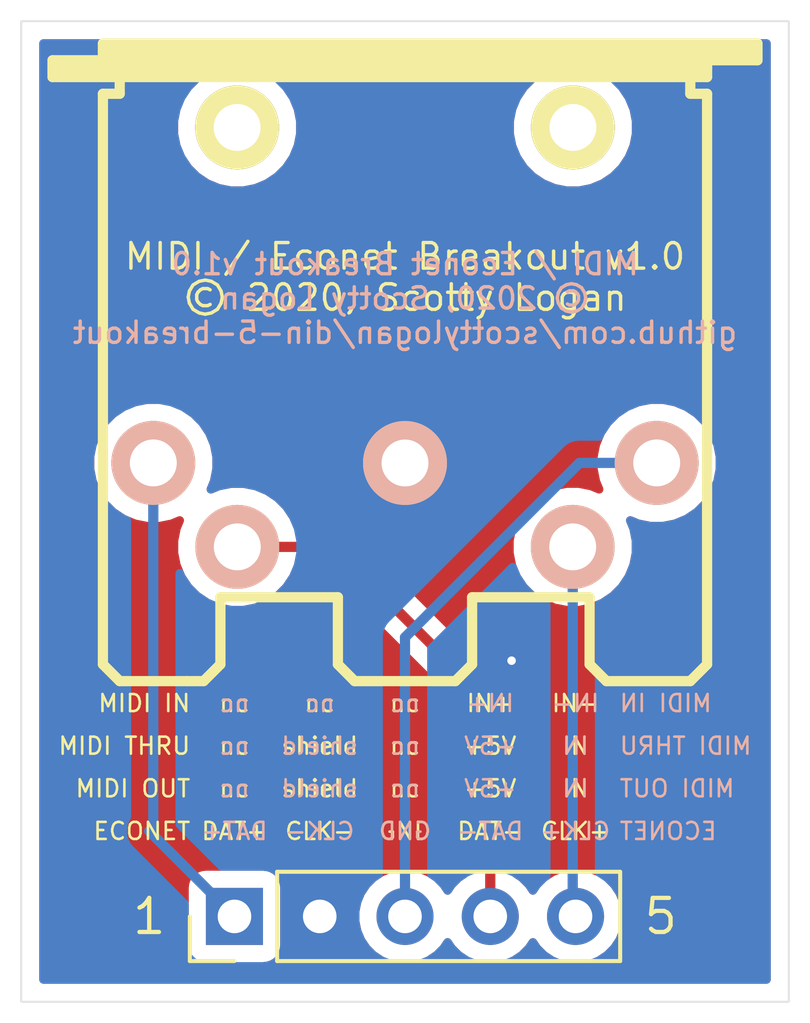
<source format=kicad_pcb>
(kicad_pcb (version 20171130) (host pcbnew "(5.1.6-0-10_14)")

  (general
    (thickness 1.6)
    (drawings 56)
    (tracks 14)
    (zones 0)
    (modules 2)
    (nets 6)
  )

  (page USLetter)
  (title_block
    (title "DIN-5 Breakout")
    (date 2020-08-07)
    (rev v1.0)
    (comment 1 din-5-breakout)
    (comment 2 "DIN-5 Breakout for MIDI or Acorn Econet")
  )

  (layers
    (0 F.Cu signal)
    (31 B.Cu signal)
    (32 B.Adhes user)
    (33 F.Adhes user)
    (34 B.Paste user)
    (35 F.Paste user)
    (36 B.SilkS user)
    (37 F.SilkS user)
    (38 B.Mask user)
    (39 F.Mask user)
    (40 Dwgs.User user)
    (41 Cmts.User user)
    (42 Eco1.User user)
    (43 Eco2.User user)
    (44 Edge.Cuts user)
    (45 Margin user)
    (46 B.CrtYd user)
    (47 F.CrtYd user)
    (48 B.Fab user)
    (49 F.Fab user)
  )

  (setup
    (last_trace_width 0.3048)
    (user_trace_width 0.1524)
    (user_trace_width 0.3048)
    (trace_clearance 0.1524)
    (zone_clearance 0.508)
    (zone_45_only no)
    (trace_min 0.1524)
    (via_size 0.508)
    (via_drill 0.254)
    (via_min_size 0.508)
    (via_min_drill 0.254)
    (user_via 0.508 0.254)
    (uvia_size 0.3)
    (uvia_drill 0.1)
    (uvias_allowed no)
    (uvia_min_size 0.2)
    (uvia_min_drill 0.1)
    (edge_width 0.05)
    (segment_width 0.2)
    (pcb_text_width 0.3)
    (pcb_text_size 1.5 1.5)
    (mod_edge_width 0.12)
    (mod_text_size 1 1)
    (mod_text_width 0.15)
    (pad_size 1.524 1.524)
    (pad_drill 0.762)
    (pad_to_mask_clearance 0.05)
    (aux_axis_origin 0 0)
    (visible_elements FFFFFF7F)
    (pcbplotparams
      (layerselection 0x010fc_ffffffff)
      (usegerberextensions false)
      (usegerberattributes true)
      (usegerberadvancedattributes true)
      (creategerberjobfile true)
      (excludeedgelayer true)
      (linewidth 0.100000)
      (plotframeref false)
      (viasonmask false)
      (mode 1)
      (useauxorigin false)
      (hpglpennumber 1)
      (hpglpenspeed 20)
      (hpglpendiameter 15.000000)
      (psnegative false)
      (psa4output false)
      (plotreference true)
      (plotvalue true)
      (plotinvisibletext false)
      (padsonsilk false)
      (subtractmaskfromsilk false)
      (outputformat 1)
      (mirror false)
      (drillshape 1)
      (scaleselection 1)
      (outputdirectory ""))
  )

  (net 0 "")
  (net 1 "Net-(J1-Pad1)")
  (net 2 GND)
  (net 3 "Net-(J1-Pad3)")
  (net 4 "Net-(J1-Pad4)")
  (net 5 "Net-(J1-Pad5)")

  (net_class Default "This is the default net class."
    (clearance 0.1524)
    (trace_width 0.1524)
    (via_dia 0.508)
    (via_drill 0.254)
    (uvia_dia 0.3)
    (uvia_drill 0.1)
    (add_net GND)
    (add_net "Net-(J1-Pad1)")
    (add_net "Net-(J1-Pad3)")
    (add_net "Net-(J1-Pad4)")
    (add_net "Net-(J1-Pad5)")
  )

  (net_class Power ""
    (clearance 0.6096)
    (trace_width 0.3048)
    (via_dia 0.6096)
    (via_drill 0.3048)
    (uvia_dia 0.3)
    (uvia_drill 0.1)
  )

  (module w_conn_av:din-5 (layer F.Cu) (tedit 0) (tstamp 5F2D253D)
    (at 165.1 71.12 180)
    (descr "Din 5 (MIDI), Pro Signal P/N PSG03463")
    (path /5F2CB926)
    (fp_text reference J2 (at 0 11.00074) (layer F.SilkS) hide
      (effects (font (size 1.524 1.524) (thickness 0.3048)))
    )
    (fp_text value DIN-5_180degree (at 0 -11.00074) (layer F.SilkS) hide
      (effects (font (size 1.524 1.524) (thickness 0.3048)))
    )
    (fp_line (start 10.50036 8.49884) (end 10.50036 8.99922) (layer F.SilkS) (width 0.3048))
    (fp_line (start -10.50036 9.4996) (end -10.50036 8.99922) (layer F.SilkS) (width 0.3048))
    (fp_line (start -8.49884 8.001) (end -8.49884 8.49884) (layer F.SilkS) (width 0.3048))
    (fp_line (start 8.49884 8.49884) (end 8.49884 8.001) (layer F.SilkS) (width 0.3048))
    (fp_line (start -8.99922 8.001) (end -8.49884 8.001) (layer F.SilkS) (width 0.3048))
    (fp_line (start 8.99922 8.001) (end 8.49884 8.001) (layer F.SilkS) (width 0.3048))
    (fp_line (start -8.99922 8.49884) (end 10.50036 8.49884) (layer F.SilkS) (width 0.3048))
    (fp_line (start -8.99922 8.99922) (end -8.99922 8.49884) (layer F.SilkS) (width 0.3048))
    (fp_line (start -10.50036 8.99922) (end -8.99922 8.99922) (layer F.SilkS) (width 0.3048))
    (fp_line (start 8.99922 9.4996) (end -10.50036 9.4996) (layer F.SilkS) (width 0.3048))
    (fp_line (start 8.99922 8.99922) (end 8.99922 9.4996) (layer F.SilkS) (width 0.3048))
    (fp_line (start 10.50036 8.99922) (end 8.99922 8.99922) (layer F.SilkS) (width 0.3048))
    (fp_line (start 1.99898 -8.99922) (end 1.99898 -7.00024) (layer F.SilkS) (width 0.3048))
    (fp_line (start 1.50114 -9.4996) (end 1.99898 -8.99922) (layer F.SilkS) (width 0.3048))
    (fp_line (start -1.50114 -9.4996) (end 1.50114 -9.4996) (layer F.SilkS) (width 0.3048))
    (fp_line (start -1.99898 -8.99922) (end -1.99898 -7.00024) (layer F.SilkS) (width 0.3048))
    (fp_line (start -1.50114 -9.4996) (end -1.99898 -8.99922) (layer F.SilkS) (width 0.3048))
    (fp_line (start 5.4991 -7.00024) (end 1.99898 -7.00024) (layer F.SilkS) (width 0.3048))
    (fp_line (start 5.4991 -8.99922) (end 5.4991 -7.00024) (layer F.SilkS) (width 0.3048))
    (fp_line (start 5.99948 -9.4996) (end 5.4991 -8.99922) (layer F.SilkS) (width 0.3048))
    (fp_line (start 6.49986 -9.4996) (end 5.99948 -9.4996) (layer F.SilkS) (width 0.3048))
    (fp_line (start 8.49884 -9.4996) (end 6.49986 -9.4996) (layer F.SilkS) (width 0.3048))
    (fp_line (start 8.99922 -8.99922) (end 8.49884 -9.4996) (layer F.SilkS) (width 0.3048))
    (fp_line (start 8.99922 -8.99922) (end 8.99922 8.001) (layer F.SilkS) (width 0.3048))
    (fp_line (start -5.4991 -7.00024) (end -1.99898 -7.00024) (layer F.SilkS) (width 0.3048))
    (fp_line (start -5.4991 -8.99922) (end -5.4991 -7.00024) (layer F.SilkS) (width 0.3048))
    (fp_line (start -5.99948 -9.4996) (end -5.4991 -8.99922) (layer F.SilkS) (width 0.3048))
    (fp_line (start -8.49884 -9.4996) (end -5.99948 -9.4996) (layer F.SilkS) (width 0.3048))
    (fp_line (start -8.99922 -8.99922) (end -8.49884 -9.4996) (layer F.SilkS) (width 0.3048))
    (fp_line (start -8.99922 -8.99922) (end -8.99922 8.001) (layer F.SilkS) (width 0.3048))
    (fp_line (start -10.50036 9.25068) (end 8.99922 9.25068) (layer F.SilkS) (width 0.3048))
    (fp_line (start 8.99922 8.99922) (end -8.99922 8.99922) (layer F.SilkS) (width 0.3048))
    (fp_line (start -8.99922 8.7503) (end 10.50036 8.7503) (layer F.SilkS) (width 0.3048))
    (pad "" np_thru_hole circle (at -5.00126 6.9977 180) (size 2.49936 2.49936) (drill 1.397) (layers *.Cu *.Mask F.SilkS))
    (pad "" np_thru_hole circle (at 5.00126 6.9977 180) (size 2.49936 2.49936) (drill 1.397) (layers *.Cu *.Mask F.SilkS))
    (pad 5 thru_hole circle (at -4.99618 -5.4991 180) (size 2.49936 2.49936) (drill 1.397) (layers *.Cu *.SilkS *.Mask)
      (net 5 "Net-(J1-Pad5)"))
    (pad 1 thru_hole circle (at 7.49808 -2.9972 180) (size 2.49936 2.49936) (drill 1.397) (layers *.Cu *.SilkS *.Mask)
      (net 1 "Net-(J1-Pad1)"))
    (pad 2 thru_hole circle (at 0 -2.99974 180) (size 2.49936 2.49936) (drill 1.397) (layers *.Cu *.SilkS *.Mask)
      (net 2 GND))
    (pad 4 thru_hole circle (at 4.99618 -5.4991 180) (size 2.49936 2.49936) (drill 1.397) (layers *.Cu *.SilkS *.Mask)
      (net 4 "Net-(J1-Pad4)"))
    (pad 3 thru_hole circle (at -7.49808 -2.9972 180) (size 2.49936 2.49936) (drill 1.397) (layers *.Cu *.SilkS *.Mask)
      (net 3 "Net-(J1-Pad3)"))
    (model walter/conn_av/din-5.wrl
      (at (xyz 0 0 0))
      (scale (xyz 1 1 1))
      (rotate (xyz 0 0 0))
    )
  )

  (module Connector_PinHeader_2.54mm:PinHeader_1x05_P2.54mm_Vertical (layer F.Cu) (tedit 59FED5CC) (tstamp 5F2E00D6)
    (at 160.02 87.63 90)
    (descr "Through hole straight pin header, 1x05, 2.54mm pitch, single row")
    (tags "Through hole pin header THT 1x05 2.54mm single row")
    (path /5F2F3E3C)
    (fp_text reference J1 (at 0 -2.33 90) (layer F.SilkS) hide
      (effects (font (size 1 1) (thickness 0.15)))
    )
    (fp_text value Conn_01x05_Male (at 0 12.49 90) (layer F.Fab) hide
      (effects (font (size 1 1) (thickness 0.15)))
    )
    (fp_line (start -0.635 -1.27) (end 1.27 -1.27) (layer F.Fab) (width 0.1))
    (fp_line (start 1.27 -1.27) (end 1.27 11.43) (layer F.Fab) (width 0.1))
    (fp_line (start 1.27 11.43) (end -1.27 11.43) (layer F.Fab) (width 0.1))
    (fp_line (start -1.27 11.43) (end -1.27 -0.635) (layer F.Fab) (width 0.1))
    (fp_line (start -1.27 -0.635) (end -0.635 -1.27) (layer F.Fab) (width 0.1))
    (fp_line (start -1.33 11.49) (end 1.33 11.49) (layer F.SilkS) (width 0.12))
    (fp_line (start -1.33 1.27) (end -1.33 11.49) (layer F.SilkS) (width 0.12))
    (fp_line (start 1.33 1.27) (end 1.33 11.49) (layer F.SilkS) (width 0.12))
    (fp_line (start -1.33 1.27) (end 1.33 1.27) (layer F.SilkS) (width 0.12))
    (fp_line (start -1.33 0) (end -1.33 -1.33) (layer F.SilkS) (width 0.12))
    (fp_line (start -1.33 -1.33) (end 0 -1.33) (layer F.SilkS) (width 0.12))
    (fp_line (start -1.8 -1.8) (end -1.8 11.95) (layer F.CrtYd) (width 0.05))
    (fp_line (start -1.8 11.95) (end 1.8 11.95) (layer F.CrtYd) (width 0.05))
    (fp_line (start 1.8 11.95) (end 1.8 -1.8) (layer F.CrtYd) (width 0.05))
    (fp_line (start 1.8 -1.8) (end -1.8 -1.8) (layer F.CrtYd) (width 0.05))
    (fp_text user %R (at 0 5.08) (layer F.Fab)
      (effects (font (size 1 1) (thickness 0.15)))
    )
    (pad 1 thru_hole rect (at 0 0 90) (size 1.7 1.7) (drill 1) (layers *.Cu *.Mask)
      (net 1 "Net-(J1-Pad1)"))
    (pad 2 thru_hole oval (at 0 2.54 90) (size 1.7 1.7) (drill 1) (layers *.Cu *.Mask)
      (net 2 GND))
    (pad 3 thru_hole oval (at 0 5.08 90) (size 1.7 1.7) (drill 1) (layers *.Cu *.Mask)
      (net 3 "Net-(J1-Pad3)"))
    (pad 4 thru_hole oval (at 0 7.62 90) (size 1.7 1.7) (drill 1) (layers *.Cu *.Mask)
      (net 4 "Net-(J1-Pad4)"))
    (pad 5 thru_hole oval (at 0 10.16 90) (size 1.7 1.7) (drill 1) (layers *.Cu *.Mask)
      (net 5 "Net-(J1-Pad5)"))
    (model ${KISYS3DMOD}/Connector_PinHeader_2.54mm.3dshapes/PinHeader_1x05_P2.54mm_Vertical.wrl
      (at (xyz 0 0 0))
      (scale (xyz 1 1 1))
      (rotate (xyz 0 0 0))
    )
  )

  (gr_text CLK- (at 162.56 85.09) (layer B.SilkS) (tstamp 5F2E0445)
    (effects (font (size 0.508 0.508) (thickness 0.0762)) (justify mirror))
  )
  (gr_text +5V (at 167.64 83.82) (layer B.SilkS) (tstamp 5F2E0444)
    (effects (font (size 0.508 0.508) (thickness 0.0762)) (justify mirror))
  )
  (gr_text ECONET (at 171.45 85.09) (layer B.SilkS) (tstamp 5F2E0443)
    (effects (font (size 0.508 0.508) (thickness 0.0762)) (justify right mirror))
  )
  (gr_text CLK+ (at 170.18 85.09) (layer B.SilkS) (tstamp 5F2E0442)
    (effects (font (size 0.508 0.508) (thickness 0.0762)) (justify mirror))
  )
  (gr_text nc (at 162.56 81.28) (layer B.SilkS) (tstamp 5F2E0441)
    (effects (font (size 0.508 0.508) (thickness 0.0762)) (justify mirror))
  )
  (gr_text nc (at 160.02 83.82) (layer B.SilkS) (tstamp 5F2E0440)
    (effects (font (size 0.508 0.508) (thickness 0.0762)) (justify mirror))
  )
  (gr_text nc (at 160.02 81.28) (layer B.SilkS) (tstamp 5F2E043F)
    (effects (font (size 0.508 0.508) (thickness 0.0762)) (justify mirror))
  )
  (gr_text IN- (at 170.18 81.28) (layer B.SilkS) (tstamp 5F2E043E)
    (effects (font (size 0.508 0.508) (thickness 0.0762)) (justify mirror))
  )
  (gr_text shield (at 162.56 83.82) (layer B.SilkS) (tstamp 5F2E043D)
    (effects (font (size 0.508 0.508) (thickness 0.0762)) (justify mirror))
  )
  (gr_text nc (at 165.1 83.82) (layer B.SilkS) (tstamp 5F2E043C)
    (effects (font (size 0.508 0.508) (thickness 0.0762)) (justify mirror))
  )
  (gr_text "MIDI OUT" (at 171.45 83.82) (layer B.SilkS) (tstamp 5F2E043B)
    (effects (font (size 0.508 0.508) (thickness 0.0762)) (justify right mirror))
  )
  (gr_text "MIDI IN" (at 171.45 81.28) (layer B.SilkS) (tstamp 5F2E043A)
    (effects (font (size 0.508 0.508) (thickness 0.0762)) (justify right mirror))
  )
  (gr_text nc (at 165.1 81.28) (layer B.SilkS) (tstamp 5F2E0439)
    (effects (font (size 0.508 0.508) (thickness 0.0762)) (justify mirror))
  )
  (gr_text IN (at 170.18 83.82) (layer B.SilkS) (tstamp 5F2E0438)
    (effects (font (size 0.508 0.508) (thickness 0.0762)) (justify mirror))
  )
  (gr_text "MIDI THRU" (at 171.45 82.55) (layer B.SilkS) (tstamp 5F2E0437)
    (effects (font (size 0.508 0.508) (thickness 0.0762)) (justify right mirror))
  )
  (gr_text "DAT-\n" (at 167.64 85.09) (layer B.SilkS) (tstamp 5F2E0436)
    (effects (font (size 0.508 0.508) (thickness 0.0762)) (justify mirror))
  )
  (gr_text GND (at 165.1 85.09) (layer B.SilkS) (tstamp 5F2E0435)
    (effects (font (size 0.508 0.508) (thickness 0.0762)) (justify mirror))
  )
  (gr_text DAT+ (at 160.02 85.09) (layer B.SilkS) (tstamp 5F2E0434)
    (effects (font (size 0.508 0.508) (thickness 0.0762)) (justify mirror))
  )
  (gr_text IN+ (at 167.64 81.28) (layer B.SilkS) (tstamp 5F2E0433)
    (effects (font (size 0.508 0.508) (thickness 0.0762)) (justify mirror))
  )
  (gr_text +5V (at 167.64 82.55) (layer B.SilkS) (tstamp 5F2E0432)
    (effects (font (size 0.508 0.508) (thickness 0.0762)) (justify mirror))
  )
  (gr_text IN (at 170.18 82.55) (layer B.SilkS) (tstamp 5F2E0431)
    (effects (font (size 0.508 0.508) (thickness 0.0762)) (justify mirror))
  )
  (gr_text nc (at 160.02 82.55) (layer B.SilkS) (tstamp 5F2E0430)
    (effects (font (size 0.508 0.508) (thickness 0.0762)) (justify mirror))
  )
  (gr_text nc (at 165.1 82.55) (layer B.SilkS) (tstamp 5F2E042F)
    (effects (font (size 0.508 0.508) (thickness 0.0762)) (justify mirror))
  )
  (gr_text shield (at 162.56 82.55) (layer B.SilkS) (tstamp 5F2E042E)
    (effects (font (size 0.508 0.508) (thickness 0.0762)) (justify mirror))
  )
  (gr_text "MIDI / Econet Breakout v1.0\n© 2020, Scotty Logan\ngithub.com/scottylogan/din-5-breakout" (at 165.1 69.215) (layer B.SilkS) (tstamp 5F2E039B)
    (effects (font (size 0.635 0.635) (thickness 0.1016)) (justify mirror))
  )
  (gr_text "MIDI / Econet Breakout v1.0\n© 2020, Scotty Logan" (at 165.1 68.58) (layer F.SilkS)
    (effects (font (size 0.762 0.762) (thickness 0.1016)))
  )
  (gr_text +5V (at 167.64 82.55) (layer F.SilkS) (tstamp 5F2E032A)
    (effects (font (size 0.508 0.508) (thickness 0.0762)))
  )
  (gr_text nc (at 160.02 82.55) (layer F.SilkS) (tstamp 5F2E0329)
    (effects (font (size 0.508 0.508) (thickness 0.0762)))
  )
  (gr_text shield (at 162.56 82.55) (layer F.SilkS) (tstamp 5F2E0328)
    (effects (font (size 0.508 0.508) (thickness 0.0762)))
  )
  (gr_text nc (at 165.1 82.55) (layer F.SilkS) (tstamp 5F2E0327)
    (effects (font (size 0.508 0.508) (thickness 0.0762)))
  )
  (gr_text "MIDI THRU" (at 158.75 82.55) (layer F.SilkS) (tstamp 5F2E0326)
    (effects (font (size 0.508 0.508) (thickness 0.0762)) (justify right))
  )
  (gr_text IN (at 170.18 82.55) (layer F.SilkS) (tstamp 5F2E0325)
    (effects (font (size 0.508 0.508) (thickness 0.0762)))
  )
  (gr_text DAT+ (at 160.02 85.09) (layer F.SilkS)
    (effects (font (size 0.508 0.508) (thickness 0.0762)))
  )
  (gr_text CLK- (at 162.56 85.09) (layer F.SilkS)
    (effects (font (size 0.508 0.508) (thickness 0.0762)))
  )
  (gr_text GND (at 165.1 85.09) (layer F.SilkS)
    (effects (font (size 0.508 0.508) (thickness 0.0762)))
  )
  (gr_text "DAT-\n" (at 167.64 85.09) (layer F.SilkS)
    (effects (font (size 0.508 0.508) (thickness 0.0762)))
  )
  (gr_text CLK+ (at 170.18 85.09) (layer F.SilkS)
    (effects (font (size 0.508 0.508) (thickness 0.0762)))
  )
  (gr_text ECONET (at 158.75 85.09) (layer F.SilkS)
    (effects (font (size 0.508 0.508) (thickness 0.0762)) (justify right))
  )
  (gr_text "MIDI OUT" (at 158.75 83.82) (layer F.SilkS)
    (effects (font (size 0.508 0.508) (thickness 0.0762)) (justify right))
  )
  (gr_text "MIDI IN" (at 158.75 81.28) (layer F.SilkS)
    (effects (font (size 0.508 0.508) (thickness 0.0762)) (justify right))
  )
  (gr_text IN (at 170.18 83.82) (layer F.SilkS)
    (effects (font (size 0.508 0.508) (thickness 0.0762)))
  )
  (gr_text +5V (at 167.64 83.82) (layer F.SilkS)
    (effects (font (size 0.508 0.508) (thickness 0.0762)))
  )
  (gr_text nc (at 165.1 83.82) (layer F.SilkS)
    (effects (font (size 0.508 0.508) (thickness 0.0762)))
  )
  (gr_text shield (at 162.56 83.82) (layer F.SilkS)
    (effects (font (size 0.508 0.508) (thickness 0.0762)))
  )
  (gr_text nc (at 160.02 83.82) (layer F.SilkS)
    (effects (font (size 0.508 0.508) (thickness 0.0762)))
  )
  (gr_text IN- (at 170.18 81.28) (layer F.SilkS)
    (effects (font (size 0.508 0.508) (thickness 0.0762)))
  )
  (gr_text IN+ (at 167.64 81.28) (layer F.SilkS)
    (effects (font (size 0.508 0.508) (thickness 0.0762)))
  )
  (gr_text nc (at 165.1 81.28) (layer F.SilkS)
    (effects (font (size 0.508 0.508) (thickness 0.0762)))
  )
  (gr_text nc (at 162.56 81.28) (layer F.SilkS)
    (effects (font (size 0.508 0.508) (thickness 0.0762)))
  )
  (gr_text nc (at 160.02 81.28) (layer F.SilkS)
    (effects (font (size 0.508 0.508) (thickness 0.0762)))
  )
  (gr_text 5 (at 172.72 87.63) (layer F.SilkS)
    (effects (font (size 1.016 1.016) (thickness 0.127)))
  )
  (gr_text 1 (at 157.48 87.63) (layer F.SilkS)
    (effects (font (size 1.016 1.016) (thickness 0.127)))
  )
  (gr_line (start 153.67 90.17) (end 153.67 60.96) (layer Edge.Cuts) (width 0.05) (tstamp 5F2E0171))
  (gr_line (start 176.53 90.17) (end 153.67 90.17) (layer Edge.Cuts) (width 0.05))
  (gr_line (start 176.53 60.96) (end 176.53 90.17) (layer Edge.Cuts) (width 0.05))
  (gr_line (start 153.67 60.96) (end 176.53 60.96) (layer Edge.Cuts) (width 0.05))

  (segment (start 160.02 87.63) (end 157.48 85.09) (width 0.3048) (layer B.Cu) (net 1))
  (segment (start 157.60192 84.96808) (end 157.60192 74.1172) (width 0.3048) (layer B.Cu) (net 1))
  (segment (start 157.48 85.09) (end 157.60192 84.96808) (width 0.3048) (layer B.Cu) (net 1))
  (segment (start 165.1 74.11974) (end 162.56 76.65974) (width 0.3048) (layer B.Cu) (net 2))
  (segment (start 162.56 76.65974) (end 162.56 87.63) (width 0.3048) (layer B.Cu) (net 2))
  (via (at 168.275 80.01) (size 0.508) (drill 0.254) (layers F.Cu B.Cu) (net 2))
  (segment (start 170.297447 74.1172) (end 165.1 79.314647) (width 0.3048) (layer B.Cu) (net 3))
  (segment (start 172.59808 74.1172) (end 170.297447 74.1172) (width 0.3048) (layer B.Cu) (net 3))
  (segment (start 165.1 79.314647) (end 165.1 87.63) (width 0.3048) (layer B.Cu) (net 3))
  (segment (start 160.10382 76.6191) (end 162.9791 76.6191) (width 0.3048) (layer F.Cu) (net 4))
  (segment (start 167.64 81.28) (end 167.64 87.63) (width 0.3048) (layer F.Cu) (net 4))
  (segment (start 162.9791 76.6191) (end 167.64 81.28) (width 0.3048) (layer F.Cu) (net 4))
  (segment (start 170.09618 87.54618) (end 170.18 87.63) (width 0.3048) (layer B.Cu) (net 5))
  (segment (start 170.09618 76.6191) (end 170.09618 87.54618) (width 0.3048) (layer B.Cu) (net 5))

  (zone (net 2) (net_name GND) (layer B.Cu) (tstamp 0) (hatch edge 0.508)
    (connect_pads yes (clearance 0.508))
    (min_thickness 0.254)
    (fill yes (arc_segments 32) (thermal_gap 0.508) (thermal_bridge_width 0.508))
    (polygon
      (pts
        (xy 177.165 90.805) (xy 153.035 90.805) (xy 153.035 60.325) (xy 177.165 60.325)
      )
    )
    (filled_polygon
      (pts
        (xy 175.870001 89.51) (xy 154.33 89.51) (xy 154.33 73.931575) (xy 155.71724 73.931575) (xy 155.71724 74.302825)
        (xy 155.789667 74.666941) (xy 155.931738 75.009931) (xy 156.137994 75.318613) (xy 156.400507 75.581126) (xy 156.709189 75.787382)
        (xy 156.814521 75.831012) (xy 156.81452 84.664674) (xy 156.749018 84.787218) (xy 156.703995 84.935643) (xy 156.688792 85.09)
        (xy 156.703995 85.244357) (xy 156.749018 85.392782) (xy 156.822135 85.529572) (xy 156.920531 85.649469) (xy 156.950576 85.674126)
        (xy 158.531928 87.255479) (xy 158.531928 88.48) (xy 158.544188 88.604482) (xy 158.580498 88.72418) (xy 158.639463 88.834494)
        (xy 158.718815 88.931185) (xy 158.815506 89.010537) (xy 158.92582 89.069502) (xy 159.045518 89.105812) (xy 159.17 89.118072)
        (xy 160.87 89.118072) (xy 160.994482 89.105812) (xy 161.11418 89.069502) (xy 161.224494 89.010537) (xy 161.321185 88.931185)
        (xy 161.400537 88.834494) (xy 161.459502 88.72418) (xy 161.495812 88.604482) (xy 161.508072 88.48) (xy 161.508072 87.48374)
        (xy 163.615 87.48374) (xy 163.615 87.77626) (xy 163.672068 88.063158) (xy 163.78401 88.333411) (xy 163.946525 88.576632)
        (xy 164.153368 88.783475) (xy 164.396589 88.94599) (xy 164.666842 89.057932) (xy 164.95374 89.115) (xy 165.24626 89.115)
        (xy 165.533158 89.057932) (xy 165.803411 88.94599) (xy 166.046632 88.783475) (xy 166.253475 88.576632) (xy 166.37 88.40224)
        (xy 166.486525 88.576632) (xy 166.693368 88.783475) (xy 166.936589 88.94599) (xy 167.206842 89.057932) (xy 167.49374 89.115)
        (xy 167.78626 89.115) (xy 168.073158 89.057932) (xy 168.343411 88.94599) (xy 168.586632 88.783475) (xy 168.793475 88.576632)
        (xy 168.91 88.40224) (xy 169.026525 88.576632) (xy 169.233368 88.783475) (xy 169.476589 88.94599) (xy 169.746842 89.057932)
        (xy 170.03374 89.115) (xy 170.32626 89.115) (xy 170.613158 89.057932) (xy 170.883411 88.94599) (xy 171.126632 88.783475)
        (xy 171.333475 88.576632) (xy 171.49599 88.333411) (xy 171.607932 88.063158) (xy 171.665 87.77626) (xy 171.665 87.48374)
        (xy 171.607932 87.196842) (xy 171.49599 86.926589) (xy 171.333475 86.683368) (xy 171.126632 86.476525) (xy 170.88358 86.314123)
        (xy 170.88358 78.332911) (xy 170.988911 78.289282) (xy 171.297593 78.083026) (xy 171.560106 77.820513) (xy 171.766362 77.511831)
        (xy 171.908433 77.168841) (xy 171.98086 76.804725) (xy 171.98086 76.433475) (xy 171.908433 76.069359) (xy 171.809505 75.830525)
        (xy 172.048339 75.929453) (xy 172.412455 76.00188) (xy 172.783705 76.00188) (xy 173.147821 75.929453) (xy 173.490811 75.787382)
        (xy 173.799493 75.581126) (xy 174.062006 75.318613) (xy 174.268262 75.009931) (xy 174.410333 74.666941) (xy 174.48276 74.302825)
        (xy 174.48276 73.931575) (xy 174.410333 73.567459) (xy 174.268262 73.224469) (xy 174.062006 72.915787) (xy 173.799493 72.653274)
        (xy 173.490811 72.447018) (xy 173.147821 72.304947) (xy 172.783705 72.23252) (xy 172.412455 72.23252) (xy 172.048339 72.304947)
        (xy 171.705349 72.447018) (xy 171.396667 72.653274) (xy 171.134154 72.915787) (xy 170.927898 73.224469) (xy 170.884269 73.3298)
        (xy 170.336109 73.3298) (xy 170.297446 73.325992) (xy 170.258783 73.3298) (xy 170.258774 73.3298) (xy 170.14309 73.341194)
        (xy 169.994664 73.386218) (xy 169.857875 73.459334) (xy 169.737978 73.557731) (xy 169.713324 73.587772) (xy 164.570578 78.730519)
        (xy 164.540531 78.755178) (xy 164.442134 78.875076) (xy 164.369018 79.011865) (xy 164.323994 79.160291) (xy 164.3126 79.275975)
        (xy 164.3126 79.275984) (xy 164.308792 79.314647) (xy 164.3126 79.35331) (xy 164.312601 86.370129) (xy 164.153368 86.476525)
        (xy 163.946525 86.683368) (xy 163.78401 86.926589) (xy 163.672068 87.196842) (xy 163.615 87.48374) (xy 161.508072 87.48374)
        (xy 161.508072 86.78) (xy 161.495812 86.655518) (xy 161.459502 86.53582) (xy 161.400537 86.425506) (xy 161.321185 86.328815)
        (xy 161.224494 86.249463) (xy 161.11418 86.190498) (xy 160.994482 86.154188) (xy 160.87 86.141928) (xy 159.645479 86.141928)
        (xy 158.38932 84.88577) (xy 158.38932 77.404838) (xy 158.433638 77.511831) (xy 158.639894 77.820513) (xy 158.902407 78.083026)
        (xy 159.211089 78.289282) (xy 159.554079 78.431353) (xy 159.918195 78.50378) (xy 160.289445 78.50378) (xy 160.653561 78.431353)
        (xy 160.996551 78.289282) (xy 161.305233 78.083026) (xy 161.567746 77.820513) (xy 161.774002 77.511831) (xy 161.916073 77.168841)
        (xy 161.9885 76.804725) (xy 161.9885 76.433475) (xy 161.916073 76.069359) (xy 161.774002 75.726369) (xy 161.567746 75.417687)
        (xy 161.305233 75.155174) (xy 160.996551 74.948918) (xy 160.653561 74.806847) (xy 160.289445 74.73442) (xy 159.918195 74.73442)
        (xy 159.554079 74.806847) (xy 159.315245 74.905775) (xy 159.414173 74.666941) (xy 159.4866 74.302825) (xy 159.4866 73.931575)
        (xy 159.414173 73.567459) (xy 159.272102 73.224469) (xy 159.065846 72.915787) (xy 158.803333 72.653274) (xy 158.494651 72.447018)
        (xy 158.151661 72.304947) (xy 157.787545 72.23252) (xy 157.416295 72.23252) (xy 157.052179 72.304947) (xy 156.709189 72.447018)
        (xy 156.400507 72.653274) (xy 156.137994 72.915787) (xy 155.931738 73.224469) (xy 155.789667 73.567459) (xy 155.71724 73.931575)
        (xy 154.33 73.931575) (xy 154.33 63.936675) (xy 158.21406 63.936675) (xy 158.21406 64.307925) (xy 158.286487 64.672041)
        (xy 158.428558 65.015031) (xy 158.634814 65.323713) (xy 158.897327 65.586226) (xy 159.206009 65.792482) (xy 159.548999 65.934553)
        (xy 159.913115 66.00698) (xy 160.284365 66.00698) (xy 160.648481 65.934553) (xy 160.991471 65.792482) (xy 161.300153 65.586226)
        (xy 161.562666 65.323713) (xy 161.768922 65.015031) (xy 161.910993 64.672041) (xy 161.98342 64.307925) (xy 161.98342 63.936675)
        (xy 168.21658 63.936675) (xy 168.21658 64.307925) (xy 168.289007 64.672041) (xy 168.431078 65.015031) (xy 168.637334 65.323713)
        (xy 168.899847 65.586226) (xy 169.208529 65.792482) (xy 169.551519 65.934553) (xy 169.915635 66.00698) (xy 170.286885 66.00698)
        (xy 170.651001 65.934553) (xy 170.993991 65.792482) (xy 171.302673 65.586226) (xy 171.565186 65.323713) (xy 171.771442 65.015031)
        (xy 171.913513 64.672041) (xy 171.98594 64.307925) (xy 171.98594 63.936675) (xy 171.913513 63.572559) (xy 171.771442 63.229569)
        (xy 171.565186 62.920887) (xy 171.302673 62.658374) (xy 170.993991 62.452118) (xy 170.651001 62.310047) (xy 170.286885 62.23762)
        (xy 169.915635 62.23762) (xy 169.551519 62.310047) (xy 169.208529 62.452118) (xy 168.899847 62.658374) (xy 168.637334 62.920887)
        (xy 168.431078 63.229569) (xy 168.289007 63.572559) (xy 168.21658 63.936675) (xy 161.98342 63.936675) (xy 161.910993 63.572559)
        (xy 161.768922 63.229569) (xy 161.562666 62.920887) (xy 161.300153 62.658374) (xy 160.991471 62.452118) (xy 160.648481 62.310047)
        (xy 160.284365 62.23762) (xy 159.913115 62.23762) (xy 159.548999 62.310047) (xy 159.206009 62.452118) (xy 158.897327 62.658374)
        (xy 158.634814 62.920887) (xy 158.428558 63.229569) (xy 158.286487 63.572559) (xy 158.21406 63.936675) (xy 154.33 63.936675)
        (xy 154.33 61.62) (xy 175.87 61.62)
      )
    )
    (filled_polygon
      (pts
        (xy 168.425998 77.511831) (xy 168.632254 77.820513) (xy 168.894767 78.083026) (xy 169.203449 78.289282) (xy 169.30878 78.332912)
        (xy 169.308781 86.426136) (xy 169.233368 86.476525) (xy 169.026525 86.683368) (xy 168.91 86.85776) (xy 168.793475 86.683368)
        (xy 168.586632 86.476525) (xy 168.343411 86.31401) (xy 168.073158 86.202068) (xy 167.78626 86.145) (xy 167.49374 86.145)
        (xy 167.206842 86.202068) (xy 166.936589 86.31401) (xy 166.693368 86.476525) (xy 166.486525 86.683368) (xy 166.37 86.85776)
        (xy 166.253475 86.683368) (xy 166.046632 86.476525) (xy 165.8874 86.37013) (xy 165.8874 79.640797) (xy 168.30602 77.222178)
      )
    )
  )
  (zone (net 2) (net_name GND) (layer F.Cu) (tstamp 0) (hatch edge 0.508)
    (connect_pads yes (clearance 0.508))
    (min_thickness 0.254)
    (fill yes (arc_segments 32) (thermal_gap 0.508) (thermal_bridge_width 0.508))
    (polygon
      (pts
        (xy 177.165 90.805) (xy 153.035 90.805) (xy 153.035 60.325) (xy 177.165 60.325)
      )
    )
    (filled_polygon
      (pts
        (xy 175.870001 89.51) (xy 154.33 89.51) (xy 154.33 86.78) (xy 158.531928 86.78) (xy 158.531928 88.48)
        (xy 158.544188 88.604482) (xy 158.580498 88.72418) (xy 158.639463 88.834494) (xy 158.718815 88.931185) (xy 158.815506 89.010537)
        (xy 158.92582 89.069502) (xy 159.045518 89.105812) (xy 159.17 89.118072) (xy 160.87 89.118072) (xy 160.994482 89.105812)
        (xy 161.11418 89.069502) (xy 161.224494 89.010537) (xy 161.321185 88.931185) (xy 161.400537 88.834494) (xy 161.459502 88.72418)
        (xy 161.495812 88.604482) (xy 161.508072 88.48) (xy 161.508072 86.78) (xy 161.495812 86.655518) (xy 161.459502 86.53582)
        (xy 161.400537 86.425506) (xy 161.321185 86.328815) (xy 161.224494 86.249463) (xy 161.11418 86.190498) (xy 160.994482 86.154188)
        (xy 160.87 86.141928) (xy 159.17 86.141928) (xy 159.045518 86.154188) (xy 158.92582 86.190498) (xy 158.815506 86.249463)
        (xy 158.718815 86.328815) (xy 158.639463 86.425506) (xy 158.580498 86.53582) (xy 158.544188 86.655518) (xy 158.531928 86.78)
        (xy 154.33 86.78) (xy 154.33 73.931575) (xy 155.71724 73.931575) (xy 155.71724 74.302825) (xy 155.789667 74.666941)
        (xy 155.931738 75.009931) (xy 156.137994 75.318613) (xy 156.400507 75.581126) (xy 156.709189 75.787382) (xy 157.052179 75.929453)
        (xy 157.416295 76.00188) (xy 157.787545 76.00188) (xy 158.151661 75.929453) (xy 158.390495 75.830525) (xy 158.291567 76.069359)
        (xy 158.21914 76.433475) (xy 158.21914 76.804725) (xy 158.291567 77.168841) (xy 158.433638 77.511831) (xy 158.639894 77.820513)
        (xy 158.902407 78.083026) (xy 159.211089 78.289282) (xy 159.554079 78.431353) (xy 159.918195 78.50378) (xy 160.289445 78.50378)
        (xy 160.653561 78.431353) (xy 160.996551 78.289282) (xy 161.305233 78.083026) (xy 161.567746 77.820513) (xy 161.774002 77.511831)
        (xy 161.817631 77.4065) (xy 162.65295 77.4065) (xy 166.8526 81.606151) (xy 166.852601 86.370129) (xy 166.693368 86.476525)
        (xy 166.486525 86.683368) (xy 166.37 86.85776) (xy 166.253475 86.683368) (xy 166.046632 86.476525) (xy 165.803411 86.31401)
        (xy 165.533158 86.202068) (xy 165.24626 86.145) (xy 164.95374 86.145) (xy 164.666842 86.202068) (xy 164.396589 86.31401)
        (xy 164.153368 86.476525) (xy 163.946525 86.683368) (xy 163.78401 86.926589) (xy 163.672068 87.196842) (xy 163.615 87.48374)
        (xy 163.615 87.77626) (xy 163.672068 88.063158) (xy 163.78401 88.333411) (xy 163.946525 88.576632) (xy 164.153368 88.783475)
        (xy 164.396589 88.94599) (xy 164.666842 89.057932) (xy 164.95374 89.115) (xy 165.24626 89.115) (xy 165.533158 89.057932)
        (xy 165.803411 88.94599) (xy 166.046632 88.783475) (xy 166.253475 88.576632) (xy 166.37 88.40224) (xy 166.486525 88.576632)
        (xy 166.693368 88.783475) (xy 166.936589 88.94599) (xy 167.206842 89.057932) (xy 167.49374 89.115) (xy 167.78626 89.115)
        (xy 168.073158 89.057932) (xy 168.343411 88.94599) (xy 168.586632 88.783475) (xy 168.793475 88.576632) (xy 168.91 88.40224)
        (xy 169.026525 88.576632) (xy 169.233368 88.783475) (xy 169.476589 88.94599) (xy 169.746842 89.057932) (xy 170.03374 89.115)
        (xy 170.32626 89.115) (xy 170.613158 89.057932) (xy 170.883411 88.94599) (xy 171.126632 88.783475) (xy 171.333475 88.576632)
        (xy 171.49599 88.333411) (xy 171.607932 88.063158) (xy 171.665 87.77626) (xy 171.665 87.48374) (xy 171.607932 87.196842)
        (xy 171.49599 86.926589) (xy 171.333475 86.683368) (xy 171.126632 86.476525) (xy 170.883411 86.31401) (xy 170.613158 86.202068)
        (xy 170.32626 86.145) (xy 170.03374 86.145) (xy 169.746842 86.202068) (xy 169.476589 86.31401) (xy 169.233368 86.476525)
        (xy 169.026525 86.683368) (xy 168.91 86.85776) (xy 168.793475 86.683368) (xy 168.586632 86.476525) (xy 168.4274 86.37013)
        (xy 168.4274 81.318663) (xy 168.431208 81.28) (xy 168.4274 81.241337) (xy 168.4274 81.241327) (xy 168.416006 81.125643)
        (xy 168.370982 80.977217) (xy 168.297866 80.840428) (xy 168.199469 80.720531) (xy 168.169429 80.695878) (xy 163.907026 76.433475)
        (xy 168.2115 76.433475) (xy 168.2115 76.804725) (xy 168.283927 77.168841) (xy 168.425998 77.511831) (xy 168.632254 77.820513)
        (xy 168.894767 78.083026) (xy 169.203449 78.289282) (xy 169.546439 78.431353) (xy 169.910555 78.50378) (xy 170.281805 78.50378)
        (xy 170.645921 78.431353) (xy 170.988911 78.289282) (xy 171.297593 78.083026) (xy 171.560106 77.820513) (xy 171.766362 77.511831)
        (xy 171.908433 77.168841) (xy 171.98086 76.804725) (xy 171.98086 76.433475) (xy 171.908433 76.069359) (xy 171.809505 75.830525)
        (xy 172.048339 75.929453) (xy 172.412455 76.00188) (xy 172.783705 76.00188) (xy 173.147821 75.929453) (xy 173.490811 75.787382)
        (xy 173.799493 75.581126) (xy 174.062006 75.318613) (xy 174.268262 75.009931) (xy 174.410333 74.666941) (xy 174.48276 74.302825)
        (xy 174.48276 73.931575) (xy 174.410333 73.567459) (xy 174.268262 73.224469) (xy 174.062006 72.915787) (xy 173.799493 72.653274)
        (xy 173.490811 72.447018) (xy 173.147821 72.304947) (xy 172.783705 72.23252) (xy 172.412455 72.23252) (xy 172.048339 72.304947)
        (xy 171.705349 72.447018) (xy 171.396667 72.653274) (xy 171.134154 72.915787) (xy 170.927898 73.224469) (xy 170.785827 73.567459)
        (xy 170.7134 73.931575) (xy 170.7134 74.302825) (xy 170.785827 74.666941) (xy 170.884755 74.905775) (xy 170.645921 74.806847)
        (xy 170.281805 74.73442) (xy 169.910555 74.73442) (xy 169.546439 74.806847) (xy 169.203449 74.948918) (xy 168.894767 75.155174)
        (xy 168.632254 75.417687) (xy 168.425998 75.726369) (xy 168.283927 76.069359) (xy 168.2115 76.433475) (xy 163.907026 76.433475)
        (xy 163.563228 76.089678) (xy 163.538569 76.059631) (xy 163.418672 75.961234) (xy 163.281883 75.888118) (xy 163.133457 75.843094)
        (xy 163.017773 75.8317) (xy 163.017763 75.8317) (xy 162.9791 75.827892) (xy 162.940437 75.8317) (xy 161.817631 75.8317)
        (xy 161.774002 75.726369) (xy 161.567746 75.417687) (xy 161.305233 75.155174) (xy 160.996551 74.948918) (xy 160.653561 74.806847)
        (xy 160.289445 74.73442) (xy 159.918195 74.73442) (xy 159.554079 74.806847) (xy 159.315245 74.905775) (xy 159.414173 74.666941)
        (xy 159.4866 74.302825) (xy 159.4866 73.931575) (xy 159.414173 73.567459) (xy 159.272102 73.224469) (xy 159.065846 72.915787)
        (xy 158.803333 72.653274) (xy 158.494651 72.447018) (xy 158.151661 72.304947) (xy 157.787545 72.23252) (xy 157.416295 72.23252)
        (xy 157.052179 72.304947) (xy 156.709189 72.447018) (xy 156.400507 72.653274) (xy 156.137994 72.915787) (xy 155.931738 73.224469)
        (xy 155.789667 73.567459) (xy 155.71724 73.931575) (xy 154.33 73.931575) (xy 154.33 63.936675) (xy 158.21406 63.936675)
        (xy 158.21406 64.307925) (xy 158.286487 64.672041) (xy 158.428558 65.015031) (xy 158.634814 65.323713) (xy 158.897327 65.586226)
        (xy 159.206009 65.792482) (xy 159.548999 65.934553) (xy 159.913115 66.00698) (xy 160.284365 66.00698) (xy 160.648481 65.934553)
        (xy 160.991471 65.792482) (xy 161.300153 65.586226) (xy 161.562666 65.323713) (xy 161.768922 65.015031) (xy 161.910993 64.672041)
        (xy 161.98342 64.307925) (xy 161.98342 63.936675) (xy 168.21658 63.936675) (xy 168.21658 64.307925) (xy 168.289007 64.672041)
        (xy 168.431078 65.015031) (xy 168.637334 65.323713) (xy 168.899847 65.586226) (xy 169.208529 65.792482) (xy 169.551519 65.934553)
        (xy 169.915635 66.00698) (xy 170.286885 66.00698) (xy 170.651001 65.934553) (xy 170.993991 65.792482) (xy 171.302673 65.586226)
        (xy 171.565186 65.323713) (xy 171.771442 65.015031) (xy 171.913513 64.672041) (xy 171.98594 64.307925) (xy 171.98594 63.936675)
        (xy 171.913513 63.572559) (xy 171.771442 63.229569) (xy 171.565186 62.920887) (xy 171.302673 62.658374) (xy 170.993991 62.452118)
        (xy 170.651001 62.310047) (xy 170.286885 62.23762) (xy 169.915635 62.23762) (xy 169.551519 62.310047) (xy 169.208529 62.452118)
        (xy 168.899847 62.658374) (xy 168.637334 62.920887) (xy 168.431078 63.229569) (xy 168.289007 63.572559) (xy 168.21658 63.936675)
        (xy 161.98342 63.936675) (xy 161.910993 63.572559) (xy 161.768922 63.229569) (xy 161.562666 62.920887) (xy 161.300153 62.658374)
        (xy 160.991471 62.452118) (xy 160.648481 62.310047) (xy 160.284365 62.23762) (xy 159.913115 62.23762) (xy 159.548999 62.310047)
        (xy 159.206009 62.452118) (xy 158.897327 62.658374) (xy 158.634814 62.920887) (xy 158.428558 63.229569) (xy 158.286487 63.572559)
        (xy 158.21406 63.936675) (xy 154.33 63.936675) (xy 154.33 61.62) (xy 175.87 61.62)
      )
    )
  )
)

</source>
